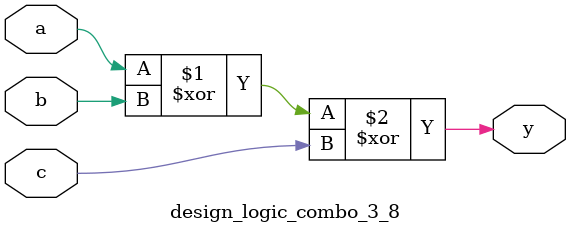
<source format=sv>
module design_logic_combo_3_8(input logic a,b,c, output logic y);
  assign y = (a ^ b) ^ c;
endmodule

</source>
